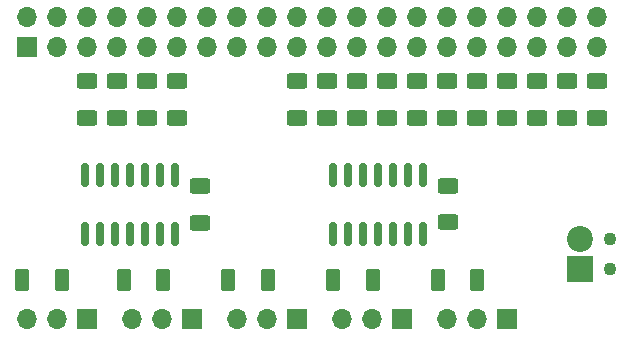
<source format=gbr>
G04 #@! TF.GenerationSoftware,KiCad,Pcbnew,8.0.8-8.0.8-0~ubuntu20.04.1*
G04 #@! TF.CreationDate,2025-01-21T23:34:15+05:30*
G04 #@! TF.ProjectId,hds_rpi,6864735f-7270-4692-9e6b-696361645f70,rev?*
G04 #@! TF.SameCoordinates,Original*
G04 #@! TF.FileFunction,Soldermask,Top*
G04 #@! TF.FilePolarity,Negative*
%FSLAX46Y46*%
G04 Gerber Fmt 4.6, Leading zero omitted, Abs format (unit mm)*
G04 Created by KiCad (PCBNEW 8.0.8-8.0.8-0~ubuntu20.04.1) date 2025-01-21 23:34:15*
%MOMM*%
%LPD*%
G01*
G04 APERTURE LIST*
G04 Aperture macros list*
%AMRoundRect*
0 Rectangle with rounded corners*
0 $1 Rounding radius*
0 $2 $3 $4 $5 $6 $7 $8 $9 X,Y pos of 4 corners*
0 Add a 4 corners polygon primitive as box body*
4,1,4,$2,$3,$4,$5,$6,$7,$8,$9,$2,$3,0*
0 Add four circle primitives for the rounded corners*
1,1,$1+$1,$2,$3*
1,1,$1+$1,$4,$5*
1,1,$1+$1,$6,$7*
1,1,$1+$1,$8,$9*
0 Add four rect primitives between the rounded corners*
20,1,$1+$1,$2,$3,$4,$5,0*
20,1,$1+$1,$4,$5,$6,$7,0*
20,1,$1+$1,$6,$7,$8,$9,0*
20,1,$1+$1,$8,$9,$2,$3,0*%
G04 Aperture macros list end*
%ADD10R,1.700000X1.700000*%
%ADD11O,1.700000X1.700000*%
%ADD12RoundRect,0.250000X-0.625000X0.400000X-0.625000X-0.400000X0.625000X-0.400000X0.625000X0.400000X0*%
%ADD13RoundRect,0.250000X-0.362500X-0.700000X0.362500X-0.700000X0.362500X0.700000X-0.362500X0.700000X0*%
%ADD14RoundRect,0.250000X0.362500X0.700000X-0.362500X0.700000X-0.362500X-0.700000X0.362500X-0.700000X0*%
%ADD15RoundRect,0.250000X0.625000X-0.400000X0.625000X0.400000X-0.625000X0.400000X-0.625000X-0.400000X0*%
%ADD16RoundRect,0.150000X0.150000X-0.825000X0.150000X0.825000X-0.150000X0.825000X-0.150000X-0.825000X0*%
%ADD17C,1.100000*%
%ADD18R,2.200000X2.200000*%
%ADD19C,2.200000*%
G04 APERTURE END LIST*
D10*
X97070000Y-78000000D03*
D11*
X94530000Y-78000000D03*
X91990000Y-78000000D03*
D12*
X126238000Y-57886000D03*
X126238000Y-60986000D03*
D13*
X117875000Y-74700000D03*
X121200000Y-74700000D03*
D14*
X94575000Y-74700000D03*
X91250000Y-74700000D03*
D12*
X116078000Y-57886000D03*
X116078000Y-60986000D03*
D13*
X82665500Y-74700000D03*
X85990500Y-74700000D03*
D15*
X95758000Y-60986000D03*
X95758000Y-57886000D03*
X131318000Y-60986000D03*
X131318000Y-57886000D03*
D12*
X90678000Y-57886000D03*
X90678000Y-60986000D03*
D10*
X88180000Y-78000000D03*
D11*
X85640000Y-78000000D03*
X83100000Y-78000000D03*
D15*
X118700000Y-69822800D03*
X118700000Y-66722800D03*
D12*
X123698000Y-57886000D03*
X123698000Y-60986000D03*
X108458000Y-57886000D03*
X108458000Y-60986000D03*
D16*
X87990000Y-70775000D03*
X89260000Y-70775000D03*
X90530000Y-70775000D03*
X91800000Y-70775000D03*
X93070000Y-70775000D03*
X94340000Y-70775000D03*
X95610000Y-70775000D03*
X95610000Y-65825000D03*
X94340000Y-65825000D03*
X93070000Y-65825000D03*
X91800000Y-65825000D03*
X90530000Y-65825000D03*
X89260000Y-65825000D03*
X87990000Y-65825000D03*
D15*
X93218000Y-60986000D03*
X93218000Y-57886000D03*
D12*
X118618000Y-57886000D03*
X118618000Y-60986000D03*
X121158000Y-57886000D03*
X121158000Y-60986000D03*
D15*
X128778000Y-60986000D03*
X128778000Y-57886000D03*
D16*
X108990000Y-70775000D03*
X110260000Y-70775000D03*
X111530000Y-70775000D03*
X112800000Y-70775000D03*
X114070000Y-70775000D03*
X115340000Y-70775000D03*
X116610000Y-70775000D03*
X116610000Y-65825000D03*
X115340000Y-65825000D03*
X114070000Y-65825000D03*
X112800000Y-65825000D03*
X111530000Y-65825000D03*
X110260000Y-65825000D03*
X108990000Y-65825000D03*
D17*
X132384800Y-73812400D03*
X132384800Y-71272400D03*
D18*
X129844800Y-73812400D03*
D19*
X129844800Y-71272400D03*
D15*
X105918000Y-60986000D03*
X105918000Y-57886000D03*
X97700000Y-69850000D03*
X97700000Y-66750000D03*
D10*
X105960000Y-78000000D03*
D11*
X103420000Y-78000000D03*
X100880000Y-78000000D03*
D13*
X109000000Y-74700000D03*
X112325000Y-74700000D03*
D15*
X110998000Y-60986000D03*
X110998000Y-57886000D03*
X88138000Y-60986000D03*
X88138000Y-57886000D03*
X113538000Y-60986000D03*
X113538000Y-57886000D03*
D10*
X114850000Y-78000000D03*
D11*
X112310000Y-78000000D03*
X109770000Y-78000000D03*
D13*
X100125000Y-74700000D03*
X103450000Y-74700000D03*
D10*
X123740000Y-78000000D03*
D11*
X121200000Y-78000000D03*
X118660000Y-78000000D03*
D10*
X83058000Y-55016400D03*
D11*
X83058000Y-52476400D03*
X85598000Y-55016400D03*
X85598000Y-52476400D03*
X88138000Y-55016400D03*
X88138000Y-52476400D03*
X90678000Y-55016400D03*
X90678000Y-52476400D03*
X93218000Y-55016400D03*
X93218000Y-52476400D03*
X95758000Y-55016400D03*
X95758000Y-52476400D03*
X98298000Y-55016400D03*
X98298000Y-52476400D03*
X100838000Y-55016400D03*
X100838000Y-52476400D03*
X103378000Y-55016400D03*
X103378000Y-52476400D03*
X105918000Y-55016400D03*
X105918000Y-52476400D03*
X108458000Y-55016400D03*
X108458000Y-52476400D03*
X110998000Y-55016400D03*
X110998000Y-52476400D03*
X113538000Y-55016400D03*
X113538000Y-52476400D03*
X116078000Y-55016400D03*
X116078000Y-52476400D03*
X118618000Y-55016400D03*
X118618000Y-52476400D03*
X121158000Y-55016400D03*
X121158000Y-52476400D03*
X123698000Y-55016400D03*
X123698000Y-52476400D03*
X126238000Y-55016400D03*
X126238000Y-52476400D03*
X128778000Y-55016400D03*
X128778000Y-52476400D03*
X131318000Y-55016400D03*
X131318000Y-52476400D03*
M02*

</source>
